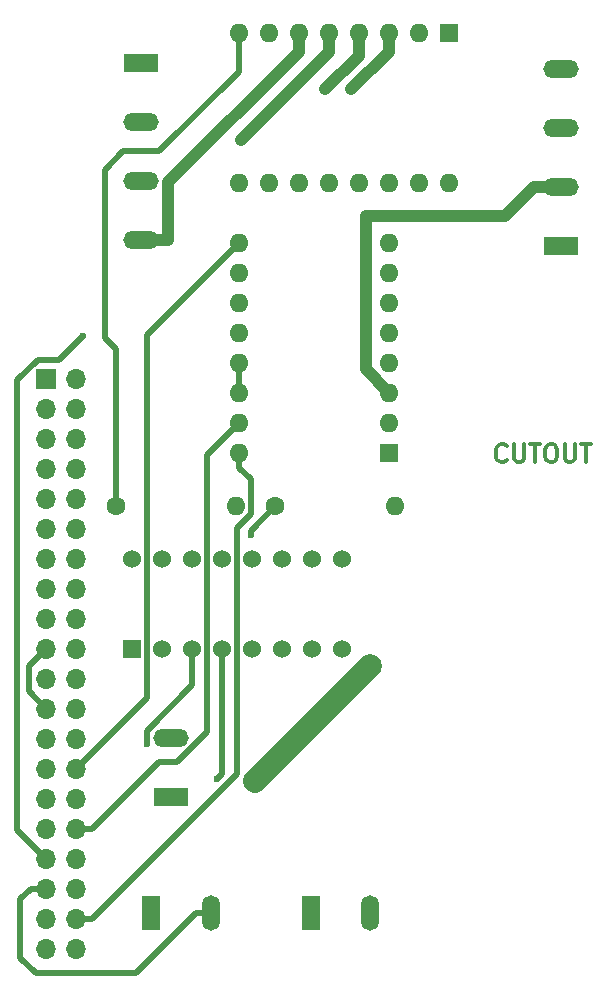
<source format=gbr>
%TF.GenerationSoftware,KiCad,Pcbnew,8.0.1*%
%TF.CreationDate,2024-05-06T13:05:29+02:00*%
%TF.ProjectId,BotBattle,426f7442-6174-4746-9c65-2e6b69636164,rev?*%
%TF.SameCoordinates,Original*%
%TF.FileFunction,Copper,L1,Top*%
%TF.FilePolarity,Positive*%
%FSLAX46Y46*%
G04 Gerber Fmt 4.6, Leading zero omitted, Abs format (unit mm)*
G04 Created by KiCad (PCBNEW 8.0.1) date 2024-05-06 13:05:29*
%MOMM*%
%LPD*%
G01*
G04 APERTURE LIST*
%ADD10C,0.300000*%
%TA.AperFunction,NonConductor*%
%ADD11C,0.300000*%
%TD*%
%TA.AperFunction,ComponentPad*%
%ADD12R,1.524000X1.524000*%
%TD*%
%TA.AperFunction,ComponentPad*%
%ADD13C,1.524000*%
%TD*%
%TA.AperFunction,ComponentPad*%
%ADD14C,1.600000*%
%TD*%
%TA.AperFunction,ComponentPad*%
%ADD15O,1.600000X1.600000*%
%TD*%
%TA.AperFunction,ComponentPad*%
%ADD16R,3.000000X1.500000*%
%TD*%
%TA.AperFunction,ComponentPad*%
%ADD17O,3.000000X1.500000*%
%TD*%
%TA.AperFunction,ComponentPad*%
%ADD18R,1.600000X1.600000*%
%TD*%
%TA.AperFunction,ComponentPad*%
%ADD19R,1.500000X3.000000*%
%TD*%
%TA.AperFunction,ComponentPad*%
%ADD20O,1.500000X3.000000*%
%TD*%
%TA.AperFunction,ComponentPad*%
%ADD21R,1.700000X1.700000*%
%TD*%
%TA.AperFunction,ComponentPad*%
%ADD22O,1.700000X1.700000*%
%TD*%
%TA.AperFunction,ViaPad*%
%ADD23C,2.000000*%
%TD*%
%TA.AperFunction,ViaPad*%
%ADD24C,0.600000*%
%TD*%
%TA.AperFunction,Conductor*%
%ADD25C,0.500000*%
%TD*%
%TA.AperFunction,Conductor*%
%ADD26C,1.000000*%
%TD*%
%TA.AperFunction,Conductor*%
%ADD27C,2.000000*%
%TD*%
G04 APERTURE END LIST*
D10*
D11*
X188411653Y-90657971D02*
X188340225Y-90729400D01*
X188340225Y-90729400D02*
X188125939Y-90800828D01*
X188125939Y-90800828D02*
X187983082Y-90800828D01*
X187983082Y-90800828D02*
X187768796Y-90729400D01*
X187768796Y-90729400D02*
X187625939Y-90586542D01*
X187625939Y-90586542D02*
X187554510Y-90443685D01*
X187554510Y-90443685D02*
X187483082Y-90157971D01*
X187483082Y-90157971D02*
X187483082Y-89943685D01*
X187483082Y-89943685D02*
X187554510Y-89657971D01*
X187554510Y-89657971D02*
X187625939Y-89515114D01*
X187625939Y-89515114D02*
X187768796Y-89372257D01*
X187768796Y-89372257D02*
X187983082Y-89300828D01*
X187983082Y-89300828D02*
X188125939Y-89300828D01*
X188125939Y-89300828D02*
X188340225Y-89372257D01*
X188340225Y-89372257D02*
X188411653Y-89443685D01*
X189054510Y-89300828D02*
X189054510Y-90515114D01*
X189054510Y-90515114D02*
X189125939Y-90657971D01*
X189125939Y-90657971D02*
X189197368Y-90729400D01*
X189197368Y-90729400D02*
X189340225Y-90800828D01*
X189340225Y-90800828D02*
X189625939Y-90800828D01*
X189625939Y-90800828D02*
X189768796Y-90729400D01*
X189768796Y-90729400D02*
X189840225Y-90657971D01*
X189840225Y-90657971D02*
X189911653Y-90515114D01*
X189911653Y-90515114D02*
X189911653Y-89300828D01*
X190411654Y-89300828D02*
X191268797Y-89300828D01*
X190840225Y-90800828D02*
X190840225Y-89300828D01*
X192054511Y-89300828D02*
X192340225Y-89300828D01*
X192340225Y-89300828D02*
X192483082Y-89372257D01*
X192483082Y-89372257D02*
X192625939Y-89515114D01*
X192625939Y-89515114D02*
X192697368Y-89800828D01*
X192697368Y-89800828D02*
X192697368Y-90300828D01*
X192697368Y-90300828D02*
X192625939Y-90586542D01*
X192625939Y-90586542D02*
X192483082Y-90729400D01*
X192483082Y-90729400D02*
X192340225Y-90800828D01*
X192340225Y-90800828D02*
X192054511Y-90800828D01*
X192054511Y-90800828D02*
X191911654Y-90729400D01*
X191911654Y-90729400D02*
X191768796Y-90586542D01*
X191768796Y-90586542D02*
X191697368Y-90300828D01*
X191697368Y-90300828D02*
X191697368Y-89800828D01*
X191697368Y-89800828D02*
X191768796Y-89515114D01*
X191768796Y-89515114D02*
X191911654Y-89372257D01*
X191911654Y-89372257D02*
X192054511Y-89300828D01*
X193340225Y-89300828D02*
X193340225Y-90515114D01*
X193340225Y-90515114D02*
X193411654Y-90657971D01*
X193411654Y-90657971D02*
X193483083Y-90729400D01*
X193483083Y-90729400D02*
X193625940Y-90800828D01*
X193625940Y-90800828D02*
X193911654Y-90800828D01*
X193911654Y-90800828D02*
X194054511Y-90729400D01*
X194054511Y-90729400D02*
X194125940Y-90657971D01*
X194125940Y-90657971D02*
X194197368Y-90515114D01*
X194197368Y-90515114D02*
X194197368Y-89300828D01*
X194697369Y-89300828D02*
X195554512Y-89300828D01*
X195125940Y-90800828D02*
X195125940Y-89300828D01*
D12*
%TO.P,U1,1,1*%
%TO.N,GND*%
X156720000Y-106620000D03*
D13*
%TO.P,U1,2,2*%
%TO.N,Net-(J3-Pin_24)*%
X159260000Y-106620000D03*
%TO.P,U1,3,3*%
%TO.N,Net-(J3-Pin_19)*%
X161800000Y-106620000D03*
%TO.P,U1,4,4*%
%TO.N,Net-(J3-Pin_21)*%
X164340000Y-106620000D03*
%TO.P,U1,5,5*%
%TO.N,Net-(J3-Pin_19)*%
X166880000Y-106620000D03*
%TO.P,U1,6,6*%
%TO.N,GND*%
X169420000Y-106620000D03*
%TO.P,U1,7,7*%
%TO.N,Net-(J3-3v3_power)*%
X171960000Y-106620000D03*
%TO.P,U1,8,8*%
X174500000Y-106620000D03*
%TO.P,U1,9,9*%
%TO.N,Net-(R1-Pad2)*%
X174500000Y-99000000D03*
%TO.P,U1,10,10*%
%TO.N,unconnected-(U1-Pad10)*%
X171960000Y-99000000D03*
%TO.P,U1,11,11*%
%TO.N,unconnected-(U1-Pad11)*%
X169420000Y-99000000D03*
%TO.P,U1,12,12*%
%TO.N,unconnected-(U1-Pad12)*%
X166880000Y-99000000D03*
%TO.P,U1,13,13*%
%TO.N,unconnected-(U1-Pad13)*%
X164340000Y-99000000D03*
%TO.P,U1,14,14*%
%TO.N,unconnected-(U1-Pad14)*%
X161800000Y-99000000D03*
%TO.P,U1,15,15*%
%TO.N,unconnected-(U1-Pad15)*%
X159260000Y-99000000D03*
%TO.P,U1,16,16*%
%TO.N,unconnected-(U1-Pad16)*%
X156720000Y-99000000D03*
%TD*%
D14*
%TO.P,R1,1*%
%TO.N,Net-(A1-VMOT)*%
X155340000Y-94500000D03*
D15*
%TO.P,R1,2*%
%TO.N,Net-(R1-Pad2)*%
X165500000Y-94500000D03*
%TD*%
D14*
%TO.P,R2,1*%
%TO.N,Net-(R1-Pad2)*%
X168840000Y-94500000D03*
D15*
%TO.P,R2,2*%
%TO.N,GND*%
X179000000Y-94500000D03*
%TD*%
D16*
%TO.P,J1,1,Pin_1*%
%TO.N,Net-(A1-A1)*%
X157500000Y-57000000D03*
D17*
%TO.P,J1,2,Pin_2*%
%TO.N,Net-(A1-A2)*%
X157500000Y-62000000D03*
%TO.P,J1,3,Pin_3*%
%TO.N,Net-(A1-B1)*%
X157500000Y-67000000D03*
%TO.P,J1,4,Pin_4*%
%TO.N,Net-(A1-B2)*%
X157500000Y-72000000D03*
%TD*%
D18*
%TO.P,A1,1,GND*%
%TO.N,GND*%
X183500000Y-54500000D03*
D15*
%TO.P,A1,2,~{FLT}*%
%TO.N,unconnected-(A1-~{FLT}-Pad2)*%
X180960000Y-54500000D03*
%TO.P,A1,3,A2*%
%TO.N,Net-(A1-A2)*%
X178420000Y-54500000D03*
%TO.P,A1,4,A1*%
%TO.N,Net-(A1-A1)*%
X175880000Y-54500000D03*
%TO.P,A1,5,B1*%
%TO.N,Net-(A1-B1)*%
X173340000Y-54500000D03*
%TO.P,A1,6,B2*%
%TO.N,Net-(A1-B2)*%
X170800000Y-54500000D03*
%TO.P,A1,7,GND*%
%TO.N,unconnected-(A1-GND-Pad7)*%
X168260000Y-54500000D03*
%TO.P,A1,8,VMOT*%
%TO.N,Net-(A1-VMOT)*%
X165720000Y-54500000D03*
%TO.P,A1,9,~{EN}*%
%TO.N,Net-(A1-~{EN})*%
X165720000Y-67200000D03*
%TO.P,A1,10,M0*%
%TO.N,unconnected-(A1-M0-Pad10)*%
X168260000Y-67200000D03*
%TO.P,A1,11,M1*%
%TO.N,unconnected-(A1-M1-Pad11)*%
X170800000Y-67200000D03*
%TO.P,A1,12,M2*%
%TO.N,unconnected-(A1-M2-Pad12)*%
X173340000Y-67200000D03*
%TO.P,A1,13,~{RST}*%
%TO.N,Net-(A1-~{RST})*%
X175880000Y-67200000D03*
%TO.P,A1,14,~{SLP}*%
X178420000Y-67200000D03*
%TO.P,A1,15,STEP*%
%TO.N,Net-(A1-STEP)*%
X180960000Y-67200000D03*
%TO.P,A1,16,DIR*%
%TO.N,Net-(A1-DIR)*%
X183500000Y-67200000D03*
%TD*%
D16*
%TO.P,J2,1,Pin_1*%
%TO.N,Net-(A2-A1)*%
X193000000Y-72500000D03*
D17*
%TO.P,J2,2,Pin_2*%
%TO.N,Net-(A2-A2)*%
X193000000Y-67500000D03*
%TO.P,J2,3,Pin_3*%
%TO.N,Net-(A2-B1)*%
X193000000Y-62500000D03*
%TO.P,J2,4,Pin_4*%
%TO.N,Net-(A2-B2)*%
X193000000Y-57500000D03*
%TD*%
D19*
%TO.P,J7,1,Pin_1*%
%TO.N,Net-(A1-VMOT)*%
X171850000Y-129000000D03*
D20*
%TO.P,J7,2,Pin_2*%
%TO.N,GND*%
X176850000Y-129000000D03*
%TD*%
D19*
%TO.P,J6,1,Pin_1*%
%TO.N,Net-(J3-Pin_40)*%
X158350000Y-129000000D03*
D20*
%TO.P,J6,2,Pin_2*%
%TO.N,Net-(J3-Pin_35)*%
X163350000Y-129000000D03*
%TD*%
D18*
%TO.P,A2,1,GND*%
%TO.N,GND*%
X178500000Y-90000000D03*
D15*
%TO.P,A2,2,~{FLT}*%
%TO.N,unconnected-(A2-~{FLT}-Pad2)*%
X178500000Y-87460000D03*
%TO.P,A2,3,A2*%
%TO.N,Net-(A2-A2)*%
X178500000Y-84920000D03*
%TO.P,A2,4,A1*%
%TO.N,Net-(A2-A1)*%
X178500000Y-82380000D03*
%TO.P,A2,5,B1*%
%TO.N,Net-(A2-B1)*%
X178500000Y-79840000D03*
%TO.P,A2,6,B2*%
%TO.N,Net-(A2-B2)*%
X178500000Y-77300000D03*
%TO.P,A2,7,GND*%
%TO.N,unconnected-(A2-GND-Pad7)*%
X178500000Y-74760000D03*
%TO.P,A2,8,VMOT*%
%TO.N,Net-(A1-VMOT)*%
X178500000Y-72220000D03*
%TO.P,A2,9,~{EN}*%
%TO.N,Net-(A2-~{EN})*%
X165800000Y-72220000D03*
%TO.P,A2,10,M0*%
%TO.N,unconnected-(A2-M0-Pad10)*%
X165800000Y-74760000D03*
%TO.P,A2,11,M1*%
%TO.N,unconnected-(A2-M1-Pad11)*%
X165800000Y-77300000D03*
%TO.P,A2,12,M2*%
%TO.N,unconnected-(A2-M2-Pad12)*%
X165800000Y-79840000D03*
%TO.P,A2,13,~{RST}*%
%TO.N,Net-(A2-~{RST})*%
X165800000Y-82380000D03*
%TO.P,A2,14,~{SLP}*%
X165800000Y-84920000D03*
%TO.P,A2,15,STEP*%
%TO.N,Net-(A2-STEP)*%
X165800000Y-87460000D03*
%TO.P,A2,16,DIR*%
%TO.N,Net-(A2-DIR)*%
X165800000Y-90000000D03*
%TD*%
D16*
%TO.P,J5,1,Pin_1*%
%TO.N,GND*%
X160000000Y-119150000D03*
D17*
%TO.P,J5,2,Pin_2*%
%TO.N,Net-(A1-VMOT)*%
X160000000Y-114150000D03*
%TD*%
D21*
%TO.P,J3,1,3v3_power*%
%TO.N,Net-(J3-3v3_power)*%
X149460000Y-83740000D03*
D22*
%TO.P,J3,2,Pin_2*%
%TO.N,unconnected-(J3-Pin_2-Pad2)*%
X152000000Y-83740000D03*
%TO.P,J3,3,GPIO_2(SDA)*%
%TO.N,unconnected-(J3-GPIO_2(SDA)-Pad3)*%
X149460000Y-86280000D03*
%TO.P,J3,4,Pin_4*%
%TO.N,unconnected-(J3-Pin_4-Pad4)*%
X152000000Y-86280000D03*
%TO.P,J3,5,GPIO_3(SCL)*%
%TO.N,unconnected-(J3-GPIO_3(SCL)-Pad5)*%
X149460000Y-88820000D03*
%TO.P,J3,6,Pin_6*%
%TO.N,GND*%
X152000000Y-88820000D03*
%TO.P,J3,7,Pin_7*%
%TO.N,unconnected-(J3-Pin_7-Pad7)*%
X149460000Y-91360000D03*
%TO.P,J3,8,Pin_8*%
%TO.N,unconnected-(J3-Pin_8-Pad8)*%
X152000000Y-91360000D03*
%TO.P,J3,9,Pin_9*%
%TO.N,unconnected-(J3-Pin_9-Pad9)*%
X149460000Y-93900000D03*
%TO.P,J3,10,Pin_10*%
%TO.N,unconnected-(J3-Pin_10-Pad10)*%
X152000000Y-93900000D03*
%TO.P,J3,11,Pin_11*%
%TO.N,Net-(A1-DIR)*%
X149460000Y-96440000D03*
%TO.P,J3,12,Pin_12*%
%TO.N,unconnected-(J3-Pin_12-Pad12)*%
X152000000Y-96440000D03*
%TO.P,J3,13,Pin_13*%
%TO.N,Net-(A1-~{EN})*%
X149460000Y-98980000D03*
%TO.P,J3,14,Pin_14*%
%TO.N,unconnected-(J3-Pin_14-Pad14)*%
X152000000Y-98980000D03*
%TO.P,J3,15,Pin_15*%
%TO.N,unconnected-(J3-Pin_15-Pad15)*%
X149460000Y-101520000D03*
%TO.P,J3,16,Pin_16*%
%TO.N,unconnected-(J3-Pin_16-Pad16)*%
X152000000Y-101520000D03*
%TO.P,J3,17,Pin_17*%
%TO.N,unconnected-(J3-Pin_17-Pad17)*%
X149460000Y-104060000D03*
%TO.P,J3,18,Pin_18*%
%TO.N,unconnected-(J3-Pin_18-Pad18)*%
X152000000Y-104060000D03*
%TO.P,J3,19,Pin_19*%
%TO.N,Net-(J3-Pin_19)*%
X149460000Y-106600000D03*
%TO.P,J3,20,Pin_20*%
%TO.N,unconnected-(J3-Pin_20-Pad20)*%
X152000000Y-106600000D03*
%TO.P,J3,21,Pin_21*%
%TO.N,Net-(J3-Pin_21)*%
X149460000Y-109140000D03*
%TO.P,J3,22,Pin_22*%
%TO.N,unconnected-(J3-Pin_22-Pad22)*%
X152000000Y-109140000D03*
%TO.P,J3,23,Pin_23*%
%TO.N,Net-(J3-Pin_19)*%
X149460000Y-111680000D03*
%TO.P,J3,24,Pin_24*%
%TO.N,Net-(J3-Pin_24)*%
X152000000Y-111680000D03*
%TO.P,J3,25,Pin_25*%
%TO.N,unconnected-(J3-Pin_25-Pad25)*%
X149460000Y-114220000D03*
%TO.P,J3,26,Pin_26*%
%TO.N,unconnected-(J3-Pin_26-Pad26)*%
X152000000Y-114220000D03*
%TO.P,J3,27,Pin_27*%
%TO.N,unconnected-(J3-Pin_27-Pad27)*%
X149460000Y-116760000D03*
%TO.P,J3,28,Pin_28*%
%TO.N,Net-(A2-~{EN})*%
X152000000Y-116760000D03*
%TO.P,J3,29,Pin_29*%
%TO.N,unconnected-(J3-Pin_29-Pad29)*%
X149460000Y-119300000D03*
%TO.P,J3,30,Pin_30*%
%TO.N,unconnected-(J3-Pin_30-Pad30)*%
X152000000Y-119300000D03*
%TO.P,J3,31,Pin_31*%
%TO.N,unconnected-(J3-Pin_31-Pad31)*%
X149460000Y-121840000D03*
%TO.P,J3,32,Pin_32*%
%TO.N,Net-(A2-STEP)*%
X152000000Y-121840000D03*
%TO.P,J3,33,Pin_33*%
%TO.N,Net-(A1-STEP)*%
X149460000Y-124380000D03*
%TO.P,J3,34,Pin_34*%
%TO.N,unconnected-(J3-Pin_34-Pad34)*%
X152000000Y-124380000D03*
%TO.P,J3,35,Pin_35*%
%TO.N,Net-(J3-Pin_35)*%
X149460000Y-126920000D03*
%TO.P,J3,36,Pin_36*%
%TO.N,unconnected-(J3-Pin_36-Pad36)*%
X152000000Y-126920000D03*
%TO.P,J3,37,Pin_37*%
%TO.N,unconnected-(J3-Pin_37-Pad37)*%
X149460000Y-129460000D03*
%TO.P,J3,38,Pin_38*%
%TO.N,Net-(A2-DIR)*%
X152000000Y-129460000D03*
%TO.P,J3,39,Pin_39*%
%TO.N,unconnected-(J3-Pin_39-Pad39)*%
X149460000Y-132000000D03*
%TO.P,J3,40,Pin_40*%
%TO.N,Net-(J3-Pin_40)*%
X152000000Y-132000000D03*
%TD*%
D23*
%TO.N,Net-(A1-VMOT)*%
X176860500Y-108067200D03*
X167149600Y-117778100D03*
D24*
%TO.N,Net-(J3-Pin_19)*%
X157948300Y-114689300D03*
%TO.N,Net-(A1-B1)*%
X165897700Y-63492300D03*
%TO.N,Net-(A1-A2)*%
X175234600Y-59235400D03*
%TO.N,Net-(A1-A1)*%
X173035200Y-59235400D03*
%TO.N,Net-(A1-STEP)*%
X152527500Y-80123700D03*
%TO.N,Net-(J3-Pin_21)*%
X163893700Y-117659400D03*
%TO.N,Net-(R1-Pad2)*%
X166744700Y-97000000D03*
%TD*%
D25*
%TO.N,Net-(J3-Pin_19)*%
X157948300Y-114689300D02*
X157948300Y-113550600D01*
X157948300Y-113550600D02*
X161800000Y-109698900D01*
X161800000Y-109698900D02*
X161800000Y-106620000D01*
%TO.N,Net-(A2-DIR)*%
X165800000Y-90000000D02*
X165800000Y-91300000D01*
X165800000Y-91300000D02*
X166763200Y-92263200D01*
X166763200Y-92263200D02*
X166763200Y-95236800D01*
X166763200Y-95236800D02*
X165610000Y-96390000D01*
X165610000Y-96390000D02*
X165610000Y-117200000D01*
X165610000Y-117200000D02*
X153350000Y-129460000D01*
X153350000Y-129460000D02*
X152000000Y-129460000D01*
%TO.N,Net-(R1-Pad2)*%
X166744700Y-97000000D02*
X166744700Y-96595300D01*
X166744700Y-96595300D02*
X168840000Y-94500000D01*
%TO.N,Net-(J3-Pin_19)*%
X149460000Y-111680000D02*
X148000000Y-110220000D01*
X148000000Y-110220000D02*
X148000000Y-108060000D01*
X148000000Y-108060000D02*
X149460000Y-106600000D01*
%TO.N,Net-(A1-STEP)*%
X152527500Y-80123700D02*
X150533600Y-82117600D01*
X150533600Y-82117600D02*
X148716600Y-82117600D01*
X148716600Y-82117600D02*
X147000000Y-83834200D01*
X147000000Y-83834200D02*
X147000000Y-121920000D01*
X147000000Y-121920000D02*
X149460000Y-124380000D01*
D26*
%TO.N,Net-(A2-A2)*%
X178500000Y-84920000D02*
X176500000Y-82920000D01*
X176500000Y-82920000D02*
X176500000Y-70000000D01*
X176500000Y-70000000D02*
X188250000Y-70000000D01*
X190750000Y-67500000D02*
X193000000Y-67500000D01*
X188250000Y-70000000D02*
X190750000Y-67500000D01*
%TO.N,Net-(A1-B1)*%
X173340000Y-56050000D02*
X165897700Y-63492300D01*
X173340000Y-54500000D02*
X173340000Y-56050000D01*
%TO.N,Net-(A1-B2)*%
X170800000Y-56050000D02*
X159750000Y-67100000D01*
X157500000Y-72000000D02*
X159750000Y-72000000D01*
X170800000Y-54500000D02*
X170800000Y-56050000D01*
X159750000Y-67100000D02*
X159750000Y-72000000D01*
%TO.N,Net-(A1-A2)*%
X178420000Y-56050000D02*
X175234600Y-59235400D01*
X178420000Y-54500000D02*
X178420000Y-56050000D01*
%TO.N,Net-(A1-A1)*%
X175880000Y-54500000D02*
X175880000Y-56390600D01*
X175880000Y-56390600D02*
X173035200Y-59235400D01*
D25*
%TO.N,Net-(A2-~{RST})*%
X165800000Y-84920000D02*
X165800000Y-82380000D01*
%TO.N,Net-(A2-STEP)*%
X163071500Y-90188500D02*
X163071500Y-113677900D01*
X152000000Y-121840000D02*
X153350000Y-121840000D01*
X163071500Y-113677900D02*
X160532700Y-116216700D01*
X165800000Y-87460000D02*
X163071500Y-90188500D01*
X160532700Y-116216700D02*
X158973300Y-116216700D01*
X158973300Y-116216700D02*
X153350000Y-121840000D01*
%TO.N,Net-(A2-~{EN})*%
X152000000Y-116760000D02*
X157990000Y-110770000D01*
X157990000Y-80030000D02*
X165800000Y-72220000D01*
X157990000Y-110770000D02*
X157990000Y-80030000D01*
%TO.N,Net-(J3-Pin_21)*%
X164340000Y-106620000D02*
X164340000Y-117213100D01*
X164340000Y-117213100D02*
X163893700Y-117659400D01*
%TO.N,Net-(J3-Pin_35)*%
X157022000Y-134078000D02*
X148582700Y-134078000D01*
X162100000Y-129000000D02*
X157022000Y-134078000D01*
X147260700Y-132756000D02*
X147260700Y-127769300D01*
X147260700Y-127769300D02*
X148110000Y-126920000D01*
X149460000Y-126920000D02*
X148110000Y-126920000D01*
X163350000Y-129000000D02*
X162100000Y-129000000D01*
X148582700Y-134078000D02*
X147260700Y-132756000D01*
%TO.N,Net-(A1-VMOT)*%
X159005200Y-64500000D02*
X155944500Y-64500000D01*
X155340000Y-81242900D02*
X155340000Y-94500000D01*
X165720000Y-57785200D02*
X159005200Y-64500000D01*
X165720000Y-54500000D02*
X165720000Y-57785200D01*
X154400200Y-80303100D02*
X155340000Y-81242900D01*
X155944500Y-64500000D02*
X154400200Y-66044300D01*
X154400200Y-66044300D02*
X154400200Y-80303100D01*
D27*
X167149600Y-117778100D02*
X176860500Y-108067200D01*
%TD*%
M02*

</source>
